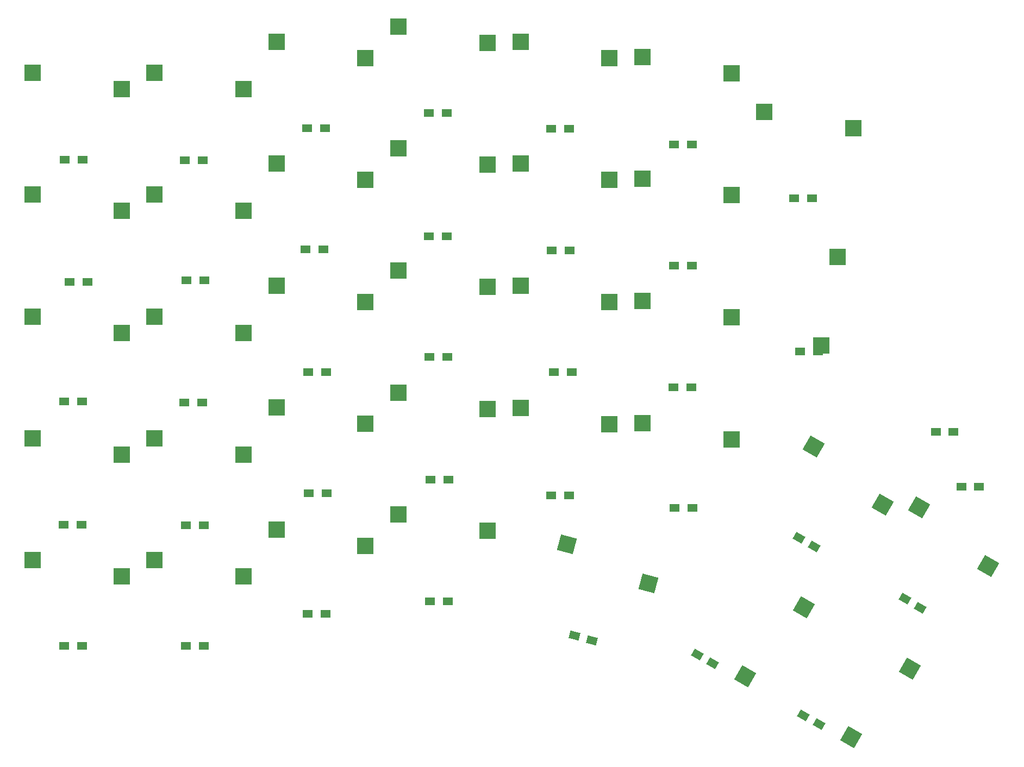
<source format=gtp>
G04 #@! TF.GenerationSoftware,KiCad,Pcbnew,(6.0.11)*
G04 #@! TF.CreationDate,2023-02-13T20:58:38+01:00*
G04 #@! TF.ProjectId,retrex_rounded,6e656f64-6f78-45f7-926f-756e6465642e,1.0*
G04 #@! TF.SameCoordinates,Original*
G04 #@! TF.FileFunction,Paste,Top*
G04 #@! TF.FilePolarity,Positive*
%FSLAX46Y46*%
G04 Gerber Fmt 4.6, Leading zero omitted, Abs format (unit mm)*
G04 Created by KiCad (PCBNEW (6.0.11)) date 2023-02-13 20:58:38*
%MOMM*%
%LPD*%
G01*
G04 APERTURE LIST*
G04 Aperture macros list*
%AMRotRect*
0 Rectangle, with rotation*
0 The origin of the aperture is its center*
0 $1 length*
0 $2 width*
0 $3 Rotation angle, in degrees counterclockwise*
0 Add horizontal line*
21,1,$1,$2,0,0,$3*%
G04 Aperture macros list end*
%ADD10RotRect,2.550000X2.500000X330.000000*%
%ADD11R,2.550000X2.500000*%
%ADD12R,1.600000X1.200000*%
%ADD13RotRect,1.600000X1.200000X150.000000*%
%ADD14R,2.500000X2.550000*%
%ADD15RotRect,2.550000X2.500000X240.000000*%
%ADD16RotRect,2.550000X2.500000X345.000000*%
%ADD17R,1.500000X1.200000*%
%ADD18RotRect,1.600000X1.200000X165.000000*%
G04 APERTURE END LIST*
D10*
X171592700Y-95255591D03*
X182317152Y-104380295D03*
D11*
X106910000Y-48840000D03*
X120760000Y-51380000D03*
D12*
X130800000Y-64700000D03*
X133600000Y-64700000D03*
D13*
X169275164Y-109500000D03*
X171700036Y-110900000D03*
X169987564Y-137200000D03*
X172412436Y-138600000D03*
D12*
X111700000Y-81300000D03*
X114500000Y-81300000D03*
X111600000Y-43300000D03*
X114400000Y-43300000D03*
D11*
X87910000Y-89220000D03*
X101760000Y-91760000D03*
X68910000Y-56020000D03*
X82760000Y-58560000D03*
D12*
X130700000Y-102900000D03*
X133500000Y-102900000D03*
X54800000Y-88300000D03*
X57600000Y-88300000D03*
D11*
X125910000Y-70220000D03*
X139760000Y-72760000D03*
D14*
X175280000Y-65710000D03*
X172740000Y-79560000D03*
D10*
X188047200Y-104755591D03*
X198771652Y-113880295D03*
D12*
X149900000Y-104900000D03*
X152700000Y-104900000D03*
D11*
X144910000Y-91620000D03*
X158760000Y-94160000D03*
D12*
X73500000Y-88400000D03*
X76300000Y-88400000D03*
X73792900Y-126400000D03*
X76592900Y-126400000D03*
D13*
X153430164Y-127700000D03*
X155855036Y-129100000D03*
D11*
X49910000Y-37020000D03*
X63760000Y-39560000D03*
X125910000Y-51200000D03*
X139760000Y-53740000D03*
D12*
X111600000Y-62500000D03*
X114400000Y-62500000D03*
X73600000Y-50700000D03*
X76400000Y-50700000D03*
D11*
X163910000Y-43120000D03*
X177760000Y-45660000D03*
X49910000Y-75020000D03*
X63760000Y-77560000D03*
D12*
X169500000Y-80500000D03*
X172300000Y-80500000D03*
X73800000Y-107600000D03*
X76600000Y-107600000D03*
D11*
X125910000Y-89300000D03*
X139760000Y-91840000D03*
D15*
X170081309Y-120387700D03*
X160956605Y-131112152D03*
D11*
X106910000Y-29820000D03*
X120760000Y-32360000D03*
D13*
X185775164Y-119000000D03*
X188200036Y-120400000D03*
D12*
X92792900Y-121400000D03*
X95592900Y-121400000D03*
X131100000Y-83700000D03*
X133900000Y-83700000D03*
X73900000Y-69400000D03*
X76700000Y-69400000D03*
D11*
X68910000Y-94020000D03*
X82760000Y-96560000D03*
X87910000Y-108220000D03*
X101760000Y-110760000D03*
D12*
X55700000Y-69600000D03*
X58500000Y-69600000D03*
D11*
X68910000Y-37020000D03*
X82760000Y-39560000D03*
D12*
X149700000Y-86100000D03*
X152500000Y-86100000D03*
D11*
X144910000Y-72620000D03*
X158760000Y-75160000D03*
D12*
X111792900Y-119400000D03*
X114592900Y-119400000D03*
D16*
X133139127Y-110565125D03*
X145859800Y-116603220D03*
D11*
X49910000Y-94020000D03*
X63760000Y-96560000D03*
X87910000Y-70220000D03*
X101760000Y-72760000D03*
X125910000Y-32200000D03*
X139760000Y-34740000D03*
D12*
X54700000Y-107500000D03*
X57500000Y-107500000D03*
X54800000Y-126400000D03*
X57600000Y-126400000D03*
X149800000Y-67100000D03*
X152600000Y-67100000D03*
D11*
X144910000Y-34620000D03*
X158760000Y-37160000D03*
D12*
X168500000Y-56600000D03*
X171300000Y-56600000D03*
D17*
X197350000Y-101600000D03*
X194650000Y-101600000D03*
D11*
X106910000Y-86920000D03*
X120760000Y-89460000D03*
D12*
X111900000Y-100500000D03*
X114700000Y-100500000D03*
D11*
X87910000Y-32220000D03*
X101760000Y-34760000D03*
X49910000Y-56020000D03*
X63760000Y-58560000D03*
X144910000Y-53580000D03*
X158760000Y-56120000D03*
D12*
X92700000Y-45700000D03*
X95500000Y-45700000D03*
D18*
X134347704Y-124787653D03*
X137052296Y-125512347D03*
D11*
X68910000Y-75020000D03*
X82760000Y-77560000D03*
D12*
X130700000Y-45800000D03*
X133500000Y-45800000D03*
X92400000Y-64600000D03*
X95200000Y-64600000D03*
X92900000Y-102600000D03*
X95700000Y-102600000D03*
X149800000Y-48200000D03*
X152600000Y-48200000D03*
D11*
X106910000Y-105920000D03*
X120760000Y-108460000D03*
X106910000Y-67840000D03*
X120760000Y-70380000D03*
X87910000Y-51220000D03*
X101760000Y-53760000D03*
D12*
X92800000Y-83700000D03*
X95600000Y-83700000D03*
D11*
X68910000Y-113020000D03*
X82760000Y-115560000D03*
D15*
X186544409Y-129892700D03*
X177419705Y-140617152D03*
D17*
X193350000Y-93000000D03*
X190650000Y-93000000D03*
D11*
X49910000Y-113020000D03*
X63760000Y-115560000D03*
D12*
X54900000Y-50600000D03*
X57700000Y-50600000D03*
M02*

</source>
